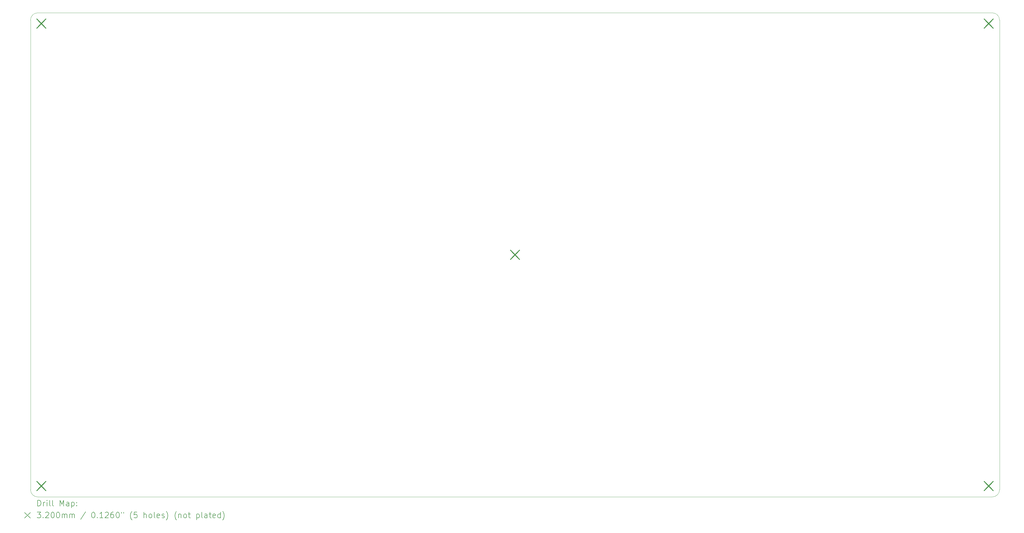
<source format=gbr>
%TF.GenerationSoftware,KiCad,Pcbnew,(6.0.9)*%
%TF.CreationDate,2022-12-31T14:32:40+01:00*%
%TF.ProjectId,001-proto,3030312d-7072-46f7-946f-2e6b69636164,rev?*%
%TF.SameCoordinates,Original*%
%TF.FileFunction,Drillmap*%
%TF.FilePolarity,Positive*%
%FSLAX45Y45*%
G04 Gerber Fmt 4.5, Leading zero omitted, Abs format (unit mm)*
G04 Created by KiCad (PCBNEW (6.0.9)) date 2022-12-31 14:32:40*
%MOMM*%
%LPD*%
G01*
G04 APERTURE LIST*
%ADD10C,0.100000*%
%ADD11C,0.200000*%
%ADD12C,0.320000*%
G04 APERTURE END LIST*
D10*
X35814000Y-18542000D02*
X35814000Y-17272000D01*
X1778000Y-18542000D02*
X1778000Y-3302000D01*
X1778000Y-3302000D02*
X1778000Y-2032000D01*
X35560000Y-18796000D02*
X2032000Y-18796000D01*
X35560000Y-1778000D02*
X2032000Y-1778000D01*
X1778000Y-18542000D02*
G75*
G03*
X2032000Y-18796000I254000J0D01*
G01*
X35814000Y-17272000D02*
X35814000Y-2032000D01*
X2032000Y-1778000D02*
G75*
G03*
X1778000Y-2032000I0J-254000D01*
G01*
X35814000Y-2032000D02*
G75*
G03*
X35560000Y-1778000I-254000J0D01*
G01*
X35560000Y-18796000D02*
G75*
G03*
X35814000Y-18542000I0J254000D01*
G01*
D11*
D12*
X1999000Y-1999000D02*
X2319000Y-2319000D01*
X2319000Y-1999000D02*
X1999000Y-2319000D01*
X1999000Y-18255000D02*
X2319000Y-18575000D01*
X2319000Y-18255000D02*
X1999000Y-18575000D01*
X18636000Y-10127000D02*
X18956000Y-10447000D01*
X18956000Y-10127000D02*
X18636000Y-10447000D01*
X35273000Y-1999000D02*
X35593000Y-2319000D01*
X35593000Y-1999000D02*
X35273000Y-2319000D01*
X35273000Y-18255000D02*
X35593000Y-18575000D01*
X35593000Y-18255000D02*
X35273000Y-18575000D01*
D11*
X2030619Y-19111476D02*
X2030619Y-18911476D01*
X2078238Y-18911476D01*
X2106810Y-18921000D01*
X2125857Y-18940048D01*
X2135381Y-18959095D01*
X2144905Y-18997190D01*
X2144905Y-19025762D01*
X2135381Y-19063857D01*
X2125857Y-19082905D01*
X2106810Y-19101952D01*
X2078238Y-19111476D01*
X2030619Y-19111476D01*
X2230619Y-19111476D02*
X2230619Y-18978143D01*
X2230619Y-19016238D02*
X2240143Y-18997190D01*
X2249667Y-18987667D01*
X2268714Y-18978143D01*
X2287762Y-18978143D01*
X2354429Y-19111476D02*
X2354429Y-18978143D01*
X2354429Y-18911476D02*
X2344905Y-18921000D01*
X2354429Y-18930524D01*
X2363952Y-18921000D01*
X2354429Y-18911476D01*
X2354429Y-18930524D01*
X2478238Y-19111476D02*
X2459190Y-19101952D01*
X2449667Y-19082905D01*
X2449667Y-18911476D01*
X2583000Y-19111476D02*
X2563952Y-19101952D01*
X2554429Y-19082905D01*
X2554429Y-18911476D01*
X2811571Y-19111476D02*
X2811571Y-18911476D01*
X2878238Y-19054333D01*
X2944905Y-18911476D01*
X2944905Y-19111476D01*
X3125857Y-19111476D02*
X3125857Y-19006714D01*
X3116333Y-18987667D01*
X3097286Y-18978143D01*
X3059190Y-18978143D01*
X3040143Y-18987667D01*
X3125857Y-19101952D02*
X3106809Y-19111476D01*
X3059190Y-19111476D01*
X3040143Y-19101952D01*
X3030619Y-19082905D01*
X3030619Y-19063857D01*
X3040143Y-19044810D01*
X3059190Y-19035286D01*
X3106809Y-19035286D01*
X3125857Y-19025762D01*
X3221095Y-18978143D02*
X3221095Y-19178143D01*
X3221095Y-18987667D02*
X3240143Y-18978143D01*
X3278238Y-18978143D01*
X3297286Y-18987667D01*
X3306809Y-18997190D01*
X3316333Y-19016238D01*
X3316333Y-19073381D01*
X3306809Y-19092429D01*
X3297286Y-19101952D01*
X3278238Y-19111476D01*
X3240143Y-19111476D01*
X3221095Y-19101952D01*
X3402048Y-19092429D02*
X3411571Y-19101952D01*
X3402048Y-19111476D01*
X3392524Y-19101952D01*
X3402048Y-19092429D01*
X3402048Y-19111476D01*
X3402048Y-18987667D02*
X3411571Y-18997190D01*
X3402048Y-19006714D01*
X3392524Y-18997190D01*
X3402048Y-18987667D01*
X3402048Y-19006714D01*
X1573000Y-19341000D02*
X1773000Y-19541000D01*
X1773000Y-19341000D02*
X1573000Y-19541000D01*
X2011571Y-19331476D02*
X2135381Y-19331476D01*
X2068714Y-19407667D01*
X2097286Y-19407667D01*
X2116333Y-19417190D01*
X2125857Y-19426714D01*
X2135381Y-19445762D01*
X2135381Y-19493381D01*
X2125857Y-19512429D01*
X2116333Y-19521952D01*
X2097286Y-19531476D01*
X2040143Y-19531476D01*
X2021095Y-19521952D01*
X2011571Y-19512429D01*
X2221095Y-19512429D02*
X2230619Y-19521952D01*
X2221095Y-19531476D01*
X2211571Y-19521952D01*
X2221095Y-19512429D01*
X2221095Y-19531476D01*
X2306810Y-19350524D02*
X2316333Y-19341000D01*
X2335381Y-19331476D01*
X2383000Y-19331476D01*
X2402048Y-19341000D01*
X2411571Y-19350524D01*
X2421095Y-19369571D01*
X2421095Y-19388619D01*
X2411571Y-19417190D01*
X2297286Y-19531476D01*
X2421095Y-19531476D01*
X2544905Y-19331476D02*
X2563952Y-19331476D01*
X2583000Y-19341000D01*
X2592524Y-19350524D01*
X2602048Y-19369571D01*
X2611571Y-19407667D01*
X2611571Y-19455286D01*
X2602048Y-19493381D01*
X2592524Y-19512429D01*
X2583000Y-19521952D01*
X2563952Y-19531476D01*
X2544905Y-19531476D01*
X2525857Y-19521952D01*
X2516333Y-19512429D01*
X2506810Y-19493381D01*
X2497286Y-19455286D01*
X2497286Y-19407667D01*
X2506810Y-19369571D01*
X2516333Y-19350524D01*
X2525857Y-19341000D01*
X2544905Y-19331476D01*
X2735381Y-19331476D02*
X2754429Y-19331476D01*
X2773476Y-19341000D01*
X2783000Y-19350524D01*
X2792524Y-19369571D01*
X2802048Y-19407667D01*
X2802048Y-19455286D01*
X2792524Y-19493381D01*
X2783000Y-19512429D01*
X2773476Y-19521952D01*
X2754429Y-19531476D01*
X2735381Y-19531476D01*
X2716333Y-19521952D01*
X2706810Y-19512429D01*
X2697286Y-19493381D01*
X2687762Y-19455286D01*
X2687762Y-19407667D01*
X2697286Y-19369571D01*
X2706810Y-19350524D01*
X2716333Y-19341000D01*
X2735381Y-19331476D01*
X2887762Y-19531476D02*
X2887762Y-19398143D01*
X2887762Y-19417190D02*
X2897286Y-19407667D01*
X2916333Y-19398143D01*
X2944905Y-19398143D01*
X2963952Y-19407667D01*
X2973476Y-19426714D01*
X2973476Y-19531476D01*
X2973476Y-19426714D02*
X2983000Y-19407667D01*
X3002048Y-19398143D01*
X3030619Y-19398143D01*
X3049667Y-19407667D01*
X3059190Y-19426714D01*
X3059190Y-19531476D01*
X3154428Y-19531476D02*
X3154428Y-19398143D01*
X3154428Y-19417190D02*
X3163952Y-19407667D01*
X3183000Y-19398143D01*
X3211571Y-19398143D01*
X3230619Y-19407667D01*
X3240143Y-19426714D01*
X3240143Y-19531476D01*
X3240143Y-19426714D02*
X3249667Y-19407667D01*
X3268714Y-19398143D01*
X3297286Y-19398143D01*
X3316333Y-19407667D01*
X3325857Y-19426714D01*
X3325857Y-19531476D01*
X3716333Y-19321952D02*
X3544905Y-19579095D01*
X3973476Y-19331476D02*
X3992524Y-19331476D01*
X4011571Y-19341000D01*
X4021095Y-19350524D01*
X4030619Y-19369571D01*
X4040143Y-19407667D01*
X4040143Y-19455286D01*
X4030619Y-19493381D01*
X4021095Y-19512429D01*
X4011571Y-19521952D01*
X3992524Y-19531476D01*
X3973476Y-19531476D01*
X3954428Y-19521952D01*
X3944905Y-19512429D01*
X3935381Y-19493381D01*
X3925857Y-19455286D01*
X3925857Y-19407667D01*
X3935381Y-19369571D01*
X3944905Y-19350524D01*
X3954428Y-19341000D01*
X3973476Y-19331476D01*
X4125857Y-19512429D02*
X4135381Y-19521952D01*
X4125857Y-19531476D01*
X4116333Y-19521952D01*
X4125857Y-19512429D01*
X4125857Y-19531476D01*
X4325857Y-19531476D02*
X4211571Y-19531476D01*
X4268714Y-19531476D02*
X4268714Y-19331476D01*
X4249667Y-19360048D01*
X4230619Y-19379095D01*
X4211571Y-19388619D01*
X4402048Y-19350524D02*
X4411571Y-19341000D01*
X4430619Y-19331476D01*
X4478238Y-19331476D01*
X4497286Y-19341000D01*
X4506810Y-19350524D01*
X4516333Y-19369571D01*
X4516333Y-19388619D01*
X4506810Y-19417190D01*
X4392524Y-19531476D01*
X4516333Y-19531476D01*
X4687762Y-19331476D02*
X4649667Y-19331476D01*
X4630619Y-19341000D01*
X4621095Y-19350524D01*
X4602048Y-19379095D01*
X4592524Y-19417190D01*
X4592524Y-19493381D01*
X4602048Y-19512429D01*
X4611571Y-19521952D01*
X4630619Y-19531476D01*
X4668714Y-19531476D01*
X4687762Y-19521952D01*
X4697286Y-19512429D01*
X4706810Y-19493381D01*
X4706810Y-19445762D01*
X4697286Y-19426714D01*
X4687762Y-19417190D01*
X4668714Y-19407667D01*
X4630619Y-19407667D01*
X4611571Y-19417190D01*
X4602048Y-19426714D01*
X4592524Y-19445762D01*
X4830619Y-19331476D02*
X4849667Y-19331476D01*
X4868714Y-19341000D01*
X4878238Y-19350524D01*
X4887762Y-19369571D01*
X4897286Y-19407667D01*
X4897286Y-19455286D01*
X4887762Y-19493381D01*
X4878238Y-19512429D01*
X4868714Y-19521952D01*
X4849667Y-19531476D01*
X4830619Y-19531476D01*
X4811571Y-19521952D01*
X4802048Y-19512429D01*
X4792524Y-19493381D01*
X4783000Y-19455286D01*
X4783000Y-19407667D01*
X4792524Y-19369571D01*
X4802048Y-19350524D01*
X4811571Y-19341000D01*
X4830619Y-19331476D01*
X4973476Y-19331476D02*
X4973476Y-19369571D01*
X5049667Y-19331476D02*
X5049667Y-19369571D01*
X5344905Y-19607667D02*
X5335381Y-19598143D01*
X5316333Y-19569571D01*
X5306810Y-19550524D01*
X5297286Y-19521952D01*
X5287762Y-19474333D01*
X5287762Y-19436238D01*
X5297286Y-19388619D01*
X5306810Y-19360048D01*
X5316333Y-19341000D01*
X5335381Y-19312429D01*
X5344905Y-19302905D01*
X5516333Y-19331476D02*
X5421095Y-19331476D01*
X5411571Y-19426714D01*
X5421095Y-19417190D01*
X5440143Y-19407667D01*
X5487762Y-19407667D01*
X5506810Y-19417190D01*
X5516333Y-19426714D01*
X5525857Y-19445762D01*
X5525857Y-19493381D01*
X5516333Y-19512429D01*
X5506810Y-19521952D01*
X5487762Y-19531476D01*
X5440143Y-19531476D01*
X5421095Y-19521952D01*
X5411571Y-19512429D01*
X5763952Y-19531476D02*
X5763952Y-19331476D01*
X5849667Y-19531476D02*
X5849667Y-19426714D01*
X5840143Y-19407667D01*
X5821095Y-19398143D01*
X5792524Y-19398143D01*
X5773476Y-19407667D01*
X5763952Y-19417190D01*
X5973476Y-19531476D02*
X5954428Y-19521952D01*
X5944905Y-19512429D01*
X5935381Y-19493381D01*
X5935381Y-19436238D01*
X5944905Y-19417190D01*
X5954428Y-19407667D01*
X5973476Y-19398143D01*
X6002048Y-19398143D01*
X6021095Y-19407667D01*
X6030619Y-19417190D01*
X6040143Y-19436238D01*
X6040143Y-19493381D01*
X6030619Y-19512429D01*
X6021095Y-19521952D01*
X6002048Y-19531476D01*
X5973476Y-19531476D01*
X6154428Y-19531476D02*
X6135381Y-19521952D01*
X6125857Y-19502905D01*
X6125857Y-19331476D01*
X6306809Y-19521952D02*
X6287762Y-19531476D01*
X6249667Y-19531476D01*
X6230619Y-19521952D01*
X6221095Y-19502905D01*
X6221095Y-19426714D01*
X6230619Y-19407667D01*
X6249667Y-19398143D01*
X6287762Y-19398143D01*
X6306809Y-19407667D01*
X6316333Y-19426714D01*
X6316333Y-19445762D01*
X6221095Y-19464810D01*
X6392524Y-19521952D02*
X6411571Y-19531476D01*
X6449667Y-19531476D01*
X6468714Y-19521952D01*
X6478238Y-19502905D01*
X6478238Y-19493381D01*
X6468714Y-19474333D01*
X6449667Y-19464810D01*
X6421095Y-19464810D01*
X6402048Y-19455286D01*
X6392524Y-19436238D01*
X6392524Y-19426714D01*
X6402048Y-19407667D01*
X6421095Y-19398143D01*
X6449667Y-19398143D01*
X6468714Y-19407667D01*
X6544905Y-19607667D02*
X6554428Y-19598143D01*
X6573476Y-19569571D01*
X6583000Y-19550524D01*
X6592524Y-19521952D01*
X6602048Y-19474333D01*
X6602048Y-19436238D01*
X6592524Y-19388619D01*
X6583000Y-19360048D01*
X6573476Y-19341000D01*
X6554428Y-19312429D01*
X6544905Y-19302905D01*
X6906809Y-19607667D02*
X6897286Y-19598143D01*
X6878238Y-19569571D01*
X6868714Y-19550524D01*
X6859190Y-19521952D01*
X6849667Y-19474333D01*
X6849667Y-19436238D01*
X6859190Y-19388619D01*
X6868714Y-19360048D01*
X6878238Y-19341000D01*
X6897286Y-19312429D01*
X6906809Y-19302905D01*
X6983000Y-19398143D02*
X6983000Y-19531476D01*
X6983000Y-19417190D02*
X6992524Y-19407667D01*
X7011571Y-19398143D01*
X7040143Y-19398143D01*
X7059190Y-19407667D01*
X7068714Y-19426714D01*
X7068714Y-19531476D01*
X7192524Y-19531476D02*
X7173476Y-19521952D01*
X7163952Y-19512429D01*
X7154428Y-19493381D01*
X7154428Y-19436238D01*
X7163952Y-19417190D01*
X7173476Y-19407667D01*
X7192524Y-19398143D01*
X7221095Y-19398143D01*
X7240143Y-19407667D01*
X7249667Y-19417190D01*
X7259190Y-19436238D01*
X7259190Y-19493381D01*
X7249667Y-19512429D01*
X7240143Y-19521952D01*
X7221095Y-19531476D01*
X7192524Y-19531476D01*
X7316333Y-19398143D02*
X7392524Y-19398143D01*
X7344905Y-19331476D02*
X7344905Y-19502905D01*
X7354428Y-19521952D01*
X7373476Y-19531476D01*
X7392524Y-19531476D01*
X7611571Y-19398143D02*
X7611571Y-19598143D01*
X7611571Y-19407667D02*
X7630619Y-19398143D01*
X7668714Y-19398143D01*
X7687762Y-19407667D01*
X7697286Y-19417190D01*
X7706809Y-19436238D01*
X7706809Y-19493381D01*
X7697286Y-19512429D01*
X7687762Y-19521952D01*
X7668714Y-19531476D01*
X7630619Y-19531476D01*
X7611571Y-19521952D01*
X7821095Y-19531476D02*
X7802048Y-19521952D01*
X7792524Y-19502905D01*
X7792524Y-19331476D01*
X7983000Y-19531476D02*
X7983000Y-19426714D01*
X7973476Y-19407667D01*
X7954428Y-19398143D01*
X7916333Y-19398143D01*
X7897286Y-19407667D01*
X7983000Y-19521952D02*
X7963952Y-19531476D01*
X7916333Y-19531476D01*
X7897286Y-19521952D01*
X7887762Y-19502905D01*
X7887762Y-19483857D01*
X7897286Y-19464810D01*
X7916333Y-19455286D01*
X7963952Y-19455286D01*
X7983000Y-19445762D01*
X8049667Y-19398143D02*
X8125857Y-19398143D01*
X8078238Y-19331476D02*
X8078238Y-19502905D01*
X8087762Y-19521952D01*
X8106809Y-19531476D01*
X8125857Y-19531476D01*
X8268714Y-19521952D02*
X8249667Y-19531476D01*
X8211571Y-19531476D01*
X8192524Y-19521952D01*
X8183000Y-19502905D01*
X8183000Y-19426714D01*
X8192524Y-19407667D01*
X8211571Y-19398143D01*
X8249667Y-19398143D01*
X8268714Y-19407667D01*
X8278238Y-19426714D01*
X8278238Y-19445762D01*
X8183000Y-19464810D01*
X8449667Y-19531476D02*
X8449667Y-19331476D01*
X8449667Y-19521952D02*
X8430619Y-19531476D01*
X8392524Y-19531476D01*
X8373476Y-19521952D01*
X8363952Y-19512429D01*
X8354428Y-19493381D01*
X8354428Y-19436238D01*
X8363952Y-19417190D01*
X8373476Y-19407667D01*
X8392524Y-19398143D01*
X8430619Y-19398143D01*
X8449667Y-19407667D01*
X8525857Y-19607667D02*
X8535381Y-19598143D01*
X8554429Y-19569571D01*
X8563952Y-19550524D01*
X8573476Y-19521952D01*
X8583000Y-19474333D01*
X8583000Y-19436238D01*
X8573476Y-19388619D01*
X8563952Y-19360048D01*
X8554429Y-19341000D01*
X8535381Y-19312429D01*
X8525857Y-19302905D01*
M02*

</source>
